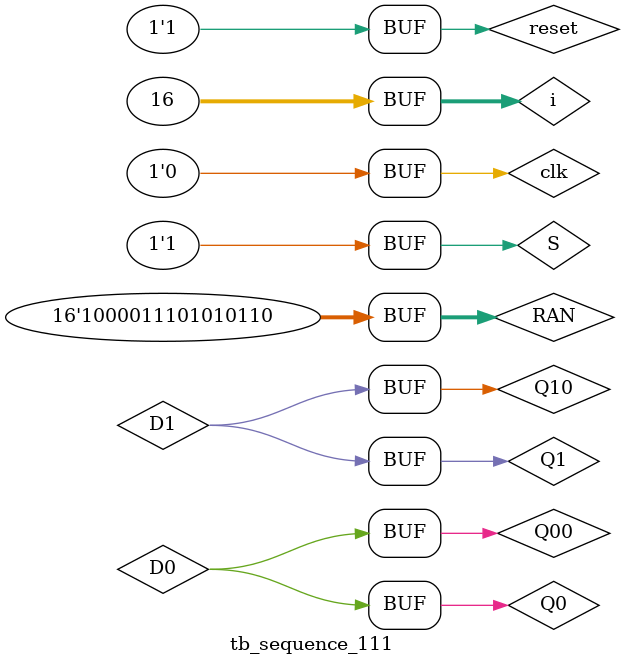
<source format=v>
module tb_sequence_111();
	reg S,D1,D0,clk,reset;
	wire Y,Q1,Q0;
	reg Q10, Q00;
	integer i;
	reg[15:0] RAN;

	sequence_111 UUT(Y,Q1,Q0,S,D1,D0,clk,reset);
	initial
		begin
		#10 $monitor("UUT | D1 =", D1, " ,D0 = ", D0, " ,S = ", S, ", clk = " , clk, " ,reset = ", reset, " ,Y = ", Y, " ,Q1 = ", Q1, " ,Q0 = " ,Q0);

		reset = 1'b1;
		Q10 = 1'b0;
		Q00 = 1'b0;
		RAN = 16'h8756;
		for (i=0; i<=15; i=i+1)
			begin
				S=RAN[i];
				D1=Q10;
				D0=Q00;
				clk = 1'b1;
				#5
				clk = 1'b0;
				#5
				Q10=Q1;
				Q00=Q0;
			end
		end
endmodule
</source>
